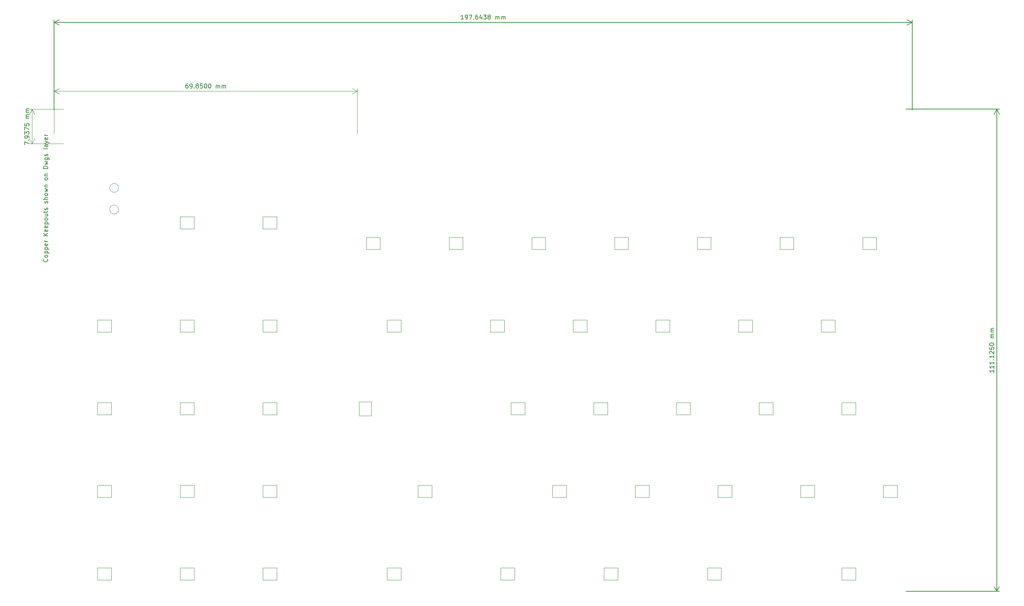
<source format=gbr>
%TF.GenerationSoftware,KiCad,Pcbnew,(6.0.5)*%
%TF.CreationDate,2022-07-29T16:13:48-06:00*%
%TF.ProjectId,kb,6b622e6b-6963-4616-945f-706362585858,rev?*%
%TF.SameCoordinates,Original*%
%TF.FileFunction,Other,Comment*%
%FSLAX46Y46*%
G04 Gerber Fmt 4.6, Leading zero omitted, Abs format (unit mm)*
G04 Created by KiCad (PCBNEW (6.0.5)) date 2022-07-29 16:13:48*
%MOMM*%
%LPD*%
G01*
G04 APERTURE LIST*
%ADD10C,0.150000*%
%ADD11C,0.050000*%
%ADD12C,0.120000*%
G04 APERTURE END LIST*
D10*
X56499642Y-40180630D02*
X56309166Y-40180630D01*
X56213928Y-40228250D01*
X56166309Y-40275869D01*
X56071071Y-40418726D01*
X56023452Y-40609202D01*
X56023452Y-40990154D01*
X56071071Y-41085392D01*
X56118690Y-41133011D01*
X56213928Y-41180630D01*
X56404404Y-41180630D01*
X56499642Y-41133011D01*
X56547261Y-41085392D01*
X56594880Y-40990154D01*
X56594880Y-40752059D01*
X56547261Y-40656821D01*
X56499642Y-40609202D01*
X56404404Y-40561583D01*
X56213928Y-40561583D01*
X56118690Y-40609202D01*
X56071071Y-40656821D01*
X56023452Y-40752059D01*
X57071071Y-41180630D02*
X57261547Y-41180630D01*
X57356785Y-41133011D01*
X57404404Y-41085392D01*
X57499642Y-40942535D01*
X57547261Y-40752059D01*
X57547261Y-40371107D01*
X57499642Y-40275869D01*
X57452023Y-40228250D01*
X57356785Y-40180630D01*
X57166309Y-40180630D01*
X57071071Y-40228250D01*
X57023452Y-40275869D01*
X56975833Y-40371107D01*
X56975833Y-40609202D01*
X57023452Y-40704440D01*
X57071071Y-40752059D01*
X57166309Y-40799678D01*
X57356785Y-40799678D01*
X57452023Y-40752059D01*
X57499642Y-40704440D01*
X57547261Y-40609202D01*
X57975833Y-41085392D02*
X58023452Y-41133011D01*
X57975833Y-41180630D01*
X57928214Y-41133011D01*
X57975833Y-41085392D01*
X57975833Y-41180630D01*
X58594880Y-40609202D02*
X58499642Y-40561583D01*
X58452023Y-40513964D01*
X58404404Y-40418726D01*
X58404404Y-40371107D01*
X58452023Y-40275869D01*
X58499642Y-40228250D01*
X58594880Y-40180630D01*
X58785357Y-40180630D01*
X58880595Y-40228250D01*
X58928214Y-40275869D01*
X58975833Y-40371107D01*
X58975833Y-40418726D01*
X58928214Y-40513964D01*
X58880595Y-40561583D01*
X58785357Y-40609202D01*
X58594880Y-40609202D01*
X58499642Y-40656821D01*
X58452023Y-40704440D01*
X58404404Y-40799678D01*
X58404404Y-40990154D01*
X58452023Y-41085392D01*
X58499642Y-41133011D01*
X58594880Y-41180630D01*
X58785357Y-41180630D01*
X58880595Y-41133011D01*
X58928214Y-41085392D01*
X58975833Y-40990154D01*
X58975833Y-40799678D01*
X58928214Y-40704440D01*
X58880595Y-40656821D01*
X58785357Y-40609202D01*
X59880595Y-40180630D02*
X59404404Y-40180630D01*
X59356785Y-40656821D01*
X59404404Y-40609202D01*
X59499642Y-40561583D01*
X59737738Y-40561583D01*
X59832976Y-40609202D01*
X59880595Y-40656821D01*
X59928214Y-40752059D01*
X59928214Y-40990154D01*
X59880595Y-41085392D01*
X59832976Y-41133011D01*
X59737738Y-41180630D01*
X59499642Y-41180630D01*
X59404404Y-41133011D01*
X59356785Y-41085392D01*
X60547261Y-40180630D02*
X60642499Y-40180630D01*
X60737738Y-40228250D01*
X60785357Y-40275869D01*
X60832976Y-40371107D01*
X60880595Y-40561583D01*
X60880595Y-40799678D01*
X60832976Y-40990154D01*
X60785357Y-41085392D01*
X60737738Y-41133011D01*
X60642499Y-41180630D01*
X60547261Y-41180630D01*
X60452023Y-41133011D01*
X60404404Y-41085392D01*
X60356785Y-40990154D01*
X60309166Y-40799678D01*
X60309166Y-40561583D01*
X60356785Y-40371107D01*
X60404404Y-40275869D01*
X60452023Y-40228250D01*
X60547261Y-40180630D01*
X61499642Y-40180630D02*
X61594880Y-40180630D01*
X61690119Y-40228250D01*
X61737738Y-40275869D01*
X61785357Y-40371107D01*
X61832976Y-40561583D01*
X61832976Y-40799678D01*
X61785357Y-40990154D01*
X61737738Y-41085392D01*
X61690119Y-41133011D01*
X61594880Y-41180630D01*
X61499642Y-41180630D01*
X61404404Y-41133011D01*
X61356785Y-41085392D01*
X61309166Y-40990154D01*
X61261547Y-40799678D01*
X61261547Y-40561583D01*
X61309166Y-40371107D01*
X61356785Y-40275869D01*
X61404404Y-40228250D01*
X61499642Y-40180630D01*
X63023452Y-41180630D02*
X63023452Y-40513964D01*
X63023452Y-40609202D02*
X63071071Y-40561583D01*
X63166309Y-40513964D01*
X63309166Y-40513964D01*
X63404404Y-40561583D01*
X63452023Y-40656821D01*
X63452023Y-41180630D01*
X63452023Y-40656821D02*
X63499642Y-40561583D01*
X63594880Y-40513964D01*
X63737738Y-40513964D01*
X63832976Y-40561583D01*
X63880595Y-40656821D01*
X63880595Y-41180630D01*
X64356785Y-41180630D02*
X64356785Y-40513964D01*
X64356785Y-40609202D02*
X64404404Y-40561583D01*
X64499642Y-40513964D01*
X64642500Y-40513964D01*
X64737738Y-40561583D01*
X64785357Y-40656821D01*
X64785357Y-41180630D01*
X64785357Y-40656821D02*
X64832976Y-40561583D01*
X64928214Y-40513964D01*
X65071071Y-40513964D01*
X65166309Y-40561583D01*
X65213928Y-40656821D01*
X65213928Y-41180630D01*
D11*
X25717500Y-51697000D02*
X25717500Y-41291830D01*
X95567500Y-51697000D02*
X95567500Y-41291830D01*
X25717500Y-41878250D02*
X95567500Y-41878250D01*
X25717500Y-41878250D02*
X95567500Y-41878250D01*
X25717500Y-41878250D02*
X26844004Y-42464671D01*
X25717500Y-41878250D02*
X26844004Y-41291829D01*
X95567500Y-41878250D02*
X94440996Y-41291829D01*
X95567500Y-41878250D02*
X94440996Y-42464671D01*
D10*
X242189880Y-106123809D02*
X242189880Y-106695238D01*
X242189880Y-106409523D02*
X241189880Y-106409523D01*
X241332738Y-106504761D01*
X241427976Y-106600000D01*
X241475595Y-106695238D01*
X242189880Y-105171428D02*
X242189880Y-105742857D01*
X242189880Y-105457142D02*
X241189880Y-105457142D01*
X241332738Y-105552380D01*
X241427976Y-105647619D01*
X241475595Y-105742857D01*
X242189880Y-104219047D02*
X242189880Y-104790476D01*
X242189880Y-104504761D02*
X241189880Y-104504761D01*
X241332738Y-104600000D01*
X241427976Y-104695238D01*
X241475595Y-104790476D01*
X242094642Y-103790476D02*
X242142261Y-103742857D01*
X242189880Y-103790476D01*
X242142261Y-103838095D01*
X242094642Y-103790476D01*
X242189880Y-103790476D01*
X242189880Y-102790476D02*
X242189880Y-103361904D01*
X242189880Y-103076190D02*
X241189880Y-103076190D01*
X241332738Y-103171428D01*
X241427976Y-103266666D01*
X241475595Y-103361904D01*
X241285119Y-102409523D02*
X241237500Y-102361904D01*
X241189880Y-102266666D01*
X241189880Y-102028571D01*
X241237500Y-101933333D01*
X241285119Y-101885714D01*
X241380357Y-101838095D01*
X241475595Y-101838095D01*
X241618452Y-101885714D01*
X242189880Y-102457142D01*
X242189880Y-101838095D01*
X241189880Y-100933333D02*
X241189880Y-101409523D01*
X241666071Y-101457142D01*
X241618452Y-101409523D01*
X241570833Y-101314285D01*
X241570833Y-101076190D01*
X241618452Y-100980952D01*
X241666071Y-100933333D01*
X241761309Y-100885714D01*
X241999404Y-100885714D01*
X242094642Y-100933333D01*
X242142261Y-100980952D01*
X242189880Y-101076190D01*
X242189880Y-101314285D01*
X242142261Y-101409523D01*
X242094642Y-101457142D01*
X241189880Y-100266666D02*
X241189880Y-100171428D01*
X241237500Y-100076190D01*
X241285119Y-100028571D01*
X241380357Y-99980952D01*
X241570833Y-99933333D01*
X241808928Y-99933333D01*
X241999404Y-99980952D01*
X242094642Y-100028571D01*
X242142261Y-100076190D01*
X242189880Y-100171428D01*
X242189880Y-100266666D01*
X242142261Y-100361904D01*
X242094642Y-100409523D01*
X241999404Y-100457142D01*
X241808928Y-100504761D01*
X241570833Y-100504761D01*
X241380357Y-100457142D01*
X241285119Y-100409523D01*
X241237500Y-100361904D01*
X241189880Y-100266666D01*
X242189880Y-98742857D02*
X241523214Y-98742857D01*
X241618452Y-98742857D02*
X241570833Y-98695238D01*
X241523214Y-98600000D01*
X241523214Y-98457142D01*
X241570833Y-98361904D01*
X241666071Y-98314285D01*
X242189880Y-98314285D01*
X241666071Y-98314285D02*
X241570833Y-98266666D01*
X241523214Y-98171428D01*
X241523214Y-98028571D01*
X241570833Y-97933333D01*
X241666071Y-97885714D01*
X242189880Y-97885714D01*
X242189880Y-97409523D02*
X241523214Y-97409523D01*
X241618452Y-97409523D02*
X241570833Y-97361904D01*
X241523214Y-97266666D01*
X241523214Y-97123809D01*
X241570833Y-97028571D01*
X241666071Y-96980952D01*
X242189880Y-96980952D01*
X241666071Y-96980952D02*
X241570833Y-96933333D01*
X241523214Y-96838095D01*
X241523214Y-96695238D01*
X241570833Y-96600000D01*
X241666071Y-96552380D01*
X242189880Y-96552380D01*
X221956250Y-46037500D02*
X243473920Y-46037500D01*
X221956250Y-157162500D02*
X243473920Y-157162500D01*
X242887500Y-46037500D02*
X242887500Y-157162500D01*
X242887500Y-46037500D02*
X242887500Y-157162500D01*
X242887500Y-46037500D02*
X242301079Y-47164004D01*
X242887500Y-46037500D02*
X243473921Y-47164004D01*
X242887500Y-157162500D02*
X243473921Y-156035996D01*
X242887500Y-157162500D02*
X242301079Y-156035996D01*
X18939880Y-54196726D02*
X18939880Y-53530059D01*
X19939880Y-53958630D01*
X19844642Y-53149107D02*
X19892261Y-53101488D01*
X19939880Y-53149107D01*
X19892261Y-53196726D01*
X19844642Y-53149107D01*
X19939880Y-53149107D01*
X19939880Y-52625297D02*
X19939880Y-52434821D01*
X19892261Y-52339583D01*
X19844642Y-52291964D01*
X19701785Y-52196726D01*
X19511309Y-52149107D01*
X19130357Y-52149107D01*
X19035119Y-52196726D01*
X18987500Y-52244345D01*
X18939880Y-52339583D01*
X18939880Y-52530059D01*
X18987500Y-52625297D01*
X19035119Y-52672916D01*
X19130357Y-52720535D01*
X19368452Y-52720535D01*
X19463690Y-52672916D01*
X19511309Y-52625297D01*
X19558928Y-52530059D01*
X19558928Y-52339583D01*
X19511309Y-52244345D01*
X19463690Y-52196726D01*
X19368452Y-52149107D01*
X18939880Y-51815773D02*
X18939880Y-51196726D01*
X19320833Y-51530059D01*
X19320833Y-51387202D01*
X19368452Y-51291964D01*
X19416071Y-51244345D01*
X19511309Y-51196726D01*
X19749404Y-51196726D01*
X19844642Y-51244345D01*
X19892261Y-51291964D01*
X19939880Y-51387202D01*
X19939880Y-51672916D01*
X19892261Y-51768154D01*
X19844642Y-51815773D01*
X18939880Y-50863392D02*
X18939880Y-50196726D01*
X19939880Y-50625297D01*
X18939880Y-49339583D02*
X18939880Y-49815773D01*
X19416071Y-49863392D01*
X19368452Y-49815773D01*
X19320833Y-49720535D01*
X19320833Y-49482440D01*
X19368452Y-49387202D01*
X19416071Y-49339583D01*
X19511309Y-49291964D01*
X19749404Y-49291964D01*
X19844642Y-49339583D01*
X19892261Y-49387202D01*
X19939880Y-49482440D01*
X19939880Y-49720535D01*
X19892261Y-49815773D01*
X19844642Y-49863392D01*
X19939880Y-48101488D02*
X19273214Y-48101488D01*
X19368452Y-48101488D02*
X19320833Y-48053869D01*
X19273214Y-47958630D01*
X19273214Y-47815773D01*
X19320833Y-47720535D01*
X19416071Y-47672916D01*
X19939880Y-47672916D01*
X19416071Y-47672916D02*
X19320833Y-47625297D01*
X19273214Y-47530059D01*
X19273214Y-47387202D01*
X19320833Y-47291964D01*
X19416071Y-47244345D01*
X19939880Y-47244345D01*
X19939880Y-46768154D02*
X19273214Y-46768154D01*
X19368452Y-46768154D02*
X19320833Y-46720535D01*
X19273214Y-46625297D01*
X19273214Y-46482440D01*
X19320833Y-46387202D01*
X19416071Y-46339583D01*
X19939880Y-46339583D01*
X19416071Y-46339583D02*
X19320833Y-46291964D01*
X19273214Y-46196726D01*
X19273214Y-46053869D01*
X19320833Y-45958630D01*
X19416071Y-45911011D01*
X19939880Y-45911011D01*
D11*
X27825000Y-53975000D02*
X20051080Y-53975000D01*
X27825000Y-46037500D02*
X20051080Y-46037500D01*
X20637500Y-53975000D02*
X20637500Y-46037500D01*
X20637500Y-53975000D02*
X20637500Y-46037500D01*
X20637500Y-53975000D02*
X21223921Y-52848496D01*
X20637500Y-53975000D02*
X20051079Y-52848496D01*
X20637500Y-46037500D02*
X20051079Y-47164004D01*
X20637500Y-46037500D02*
X21223921Y-47164004D01*
D10*
X120015565Y-25305630D02*
X119444136Y-25305630D01*
X119729851Y-25305630D02*
X119729851Y-24305630D01*
X119634613Y-24448488D01*
X119539375Y-24543726D01*
X119444136Y-24591345D01*
X120491755Y-25305630D02*
X120682232Y-25305630D01*
X120777470Y-25258011D01*
X120825089Y-25210392D01*
X120920327Y-25067535D01*
X120967946Y-24877059D01*
X120967946Y-24496107D01*
X120920327Y-24400869D01*
X120872708Y-24353250D01*
X120777470Y-24305630D01*
X120586994Y-24305630D01*
X120491755Y-24353250D01*
X120444136Y-24400869D01*
X120396517Y-24496107D01*
X120396517Y-24734202D01*
X120444136Y-24829440D01*
X120491755Y-24877059D01*
X120586994Y-24924678D01*
X120777470Y-24924678D01*
X120872708Y-24877059D01*
X120920327Y-24829440D01*
X120967946Y-24734202D01*
X121301279Y-24305630D02*
X121967946Y-24305630D01*
X121539375Y-25305630D01*
X122348898Y-25210392D02*
X122396517Y-25258011D01*
X122348898Y-25305630D01*
X122301279Y-25258011D01*
X122348898Y-25210392D01*
X122348898Y-25305630D01*
X123253660Y-24305630D02*
X123063184Y-24305630D01*
X122967946Y-24353250D01*
X122920327Y-24400869D01*
X122825089Y-24543726D01*
X122777470Y-24734202D01*
X122777470Y-25115154D01*
X122825089Y-25210392D01*
X122872708Y-25258011D01*
X122967946Y-25305630D01*
X123158422Y-25305630D01*
X123253660Y-25258011D01*
X123301279Y-25210392D01*
X123348898Y-25115154D01*
X123348898Y-24877059D01*
X123301279Y-24781821D01*
X123253660Y-24734202D01*
X123158422Y-24686583D01*
X122967946Y-24686583D01*
X122872708Y-24734202D01*
X122825089Y-24781821D01*
X122777470Y-24877059D01*
X124206041Y-24638964D02*
X124206041Y-25305630D01*
X123967946Y-24258011D02*
X123729851Y-24972297D01*
X124348898Y-24972297D01*
X124634613Y-24305630D02*
X125253660Y-24305630D01*
X124920327Y-24686583D01*
X125063184Y-24686583D01*
X125158422Y-24734202D01*
X125206041Y-24781821D01*
X125253660Y-24877059D01*
X125253660Y-25115154D01*
X125206041Y-25210392D01*
X125158422Y-25258011D01*
X125063184Y-25305630D01*
X124777470Y-25305630D01*
X124682232Y-25258011D01*
X124634613Y-25210392D01*
X125825089Y-24734202D02*
X125729851Y-24686583D01*
X125682232Y-24638964D01*
X125634613Y-24543726D01*
X125634613Y-24496107D01*
X125682232Y-24400869D01*
X125729851Y-24353250D01*
X125825089Y-24305630D01*
X126015565Y-24305630D01*
X126110803Y-24353250D01*
X126158422Y-24400869D01*
X126206041Y-24496107D01*
X126206041Y-24543726D01*
X126158422Y-24638964D01*
X126110803Y-24686583D01*
X126015565Y-24734202D01*
X125825089Y-24734202D01*
X125729851Y-24781821D01*
X125682232Y-24829440D01*
X125634613Y-24924678D01*
X125634613Y-25115154D01*
X125682232Y-25210392D01*
X125729851Y-25258011D01*
X125825089Y-25305630D01*
X126015565Y-25305630D01*
X126110803Y-25258011D01*
X126158422Y-25210392D01*
X126206041Y-25115154D01*
X126206041Y-24924678D01*
X126158422Y-24829440D01*
X126110803Y-24781821D01*
X126015565Y-24734202D01*
X127396517Y-25305630D02*
X127396517Y-24638964D01*
X127396517Y-24734202D02*
X127444136Y-24686583D01*
X127539375Y-24638964D01*
X127682232Y-24638964D01*
X127777470Y-24686583D01*
X127825089Y-24781821D01*
X127825089Y-25305630D01*
X127825089Y-24781821D02*
X127872708Y-24686583D01*
X127967946Y-24638964D01*
X128110803Y-24638964D01*
X128206041Y-24686583D01*
X128253660Y-24781821D01*
X128253660Y-25305630D01*
X128729851Y-25305630D02*
X128729851Y-24638964D01*
X128729851Y-24734202D02*
X128777470Y-24686583D01*
X128872708Y-24638964D01*
X129015565Y-24638964D01*
X129110803Y-24686583D01*
X129158422Y-24781821D01*
X129158422Y-25305630D01*
X129158422Y-24781821D02*
X129206041Y-24686583D01*
X129301279Y-24638964D01*
X129444136Y-24638964D01*
X129539375Y-24686583D01*
X129586994Y-24781821D01*
X129586994Y-25305630D01*
X25717500Y-46140750D02*
X25717500Y-25416830D01*
X223361250Y-46140750D02*
X223361250Y-25416830D01*
X25717500Y-26003250D02*
X223361250Y-26003250D01*
X25717500Y-26003250D02*
X223361250Y-26003250D01*
X25717500Y-26003250D02*
X26844004Y-26589671D01*
X25717500Y-26003250D02*
X26844004Y-25416829D01*
X223361250Y-26003250D02*
X222234746Y-25416829D01*
X223361250Y-26003250D02*
X222234746Y-26589671D01*
%TO.C,U1*%
X24132142Y-80575000D02*
X24179761Y-80622619D01*
X24227380Y-80765476D01*
X24227380Y-80860714D01*
X24179761Y-81003571D01*
X24084523Y-81098809D01*
X23989285Y-81146428D01*
X23798809Y-81194047D01*
X23655952Y-81194047D01*
X23465476Y-81146428D01*
X23370238Y-81098809D01*
X23275000Y-81003571D01*
X23227380Y-80860714D01*
X23227380Y-80765476D01*
X23275000Y-80622619D01*
X23322619Y-80575000D01*
X24227380Y-80003571D02*
X24179761Y-80098809D01*
X24132142Y-80146428D01*
X24036904Y-80194047D01*
X23751190Y-80194047D01*
X23655952Y-80146428D01*
X23608333Y-80098809D01*
X23560714Y-80003571D01*
X23560714Y-79860714D01*
X23608333Y-79765476D01*
X23655952Y-79717857D01*
X23751190Y-79670238D01*
X24036904Y-79670238D01*
X24132142Y-79717857D01*
X24179761Y-79765476D01*
X24227380Y-79860714D01*
X24227380Y-80003571D01*
X23560714Y-79241666D02*
X24560714Y-79241666D01*
X23608333Y-79241666D02*
X23560714Y-79146428D01*
X23560714Y-78955952D01*
X23608333Y-78860714D01*
X23655952Y-78813095D01*
X23751190Y-78765476D01*
X24036904Y-78765476D01*
X24132142Y-78813095D01*
X24179761Y-78860714D01*
X24227380Y-78955952D01*
X24227380Y-79146428D01*
X24179761Y-79241666D01*
X23560714Y-78336904D02*
X24560714Y-78336904D01*
X23608333Y-78336904D02*
X23560714Y-78241666D01*
X23560714Y-78051190D01*
X23608333Y-77955952D01*
X23655952Y-77908333D01*
X23751190Y-77860714D01*
X24036904Y-77860714D01*
X24132142Y-77908333D01*
X24179761Y-77955952D01*
X24227380Y-78051190D01*
X24227380Y-78241666D01*
X24179761Y-78336904D01*
X24179761Y-77051190D02*
X24227380Y-77146428D01*
X24227380Y-77336904D01*
X24179761Y-77432142D01*
X24084523Y-77479761D01*
X23703571Y-77479761D01*
X23608333Y-77432142D01*
X23560714Y-77336904D01*
X23560714Y-77146428D01*
X23608333Y-77051190D01*
X23703571Y-77003571D01*
X23798809Y-77003571D01*
X23894047Y-77479761D01*
X24227380Y-76575000D02*
X23560714Y-76575000D01*
X23751190Y-76575000D02*
X23655952Y-76527380D01*
X23608333Y-76479761D01*
X23560714Y-76384523D01*
X23560714Y-76289285D01*
X24227380Y-75194047D02*
X23227380Y-75194047D01*
X24227380Y-74622619D02*
X23655952Y-75051190D01*
X23227380Y-74622619D02*
X23798809Y-75194047D01*
X24179761Y-73813095D02*
X24227380Y-73908333D01*
X24227380Y-74098809D01*
X24179761Y-74194047D01*
X24084523Y-74241666D01*
X23703571Y-74241666D01*
X23608333Y-74194047D01*
X23560714Y-74098809D01*
X23560714Y-73908333D01*
X23608333Y-73813095D01*
X23703571Y-73765476D01*
X23798809Y-73765476D01*
X23894047Y-74241666D01*
X24179761Y-72955952D02*
X24227380Y-73051190D01*
X24227380Y-73241666D01*
X24179761Y-73336904D01*
X24084523Y-73384523D01*
X23703571Y-73384523D01*
X23608333Y-73336904D01*
X23560714Y-73241666D01*
X23560714Y-73051190D01*
X23608333Y-72955952D01*
X23703571Y-72908333D01*
X23798809Y-72908333D01*
X23894047Y-73384523D01*
X23560714Y-72479761D02*
X24560714Y-72479761D01*
X23608333Y-72479761D02*
X23560714Y-72384523D01*
X23560714Y-72194047D01*
X23608333Y-72098809D01*
X23655952Y-72051190D01*
X23751190Y-72003571D01*
X24036904Y-72003571D01*
X24132142Y-72051190D01*
X24179761Y-72098809D01*
X24227380Y-72194047D01*
X24227380Y-72384523D01*
X24179761Y-72479761D01*
X24227380Y-71432142D02*
X24179761Y-71527380D01*
X24132142Y-71575000D01*
X24036904Y-71622619D01*
X23751190Y-71622619D01*
X23655952Y-71575000D01*
X23608333Y-71527380D01*
X23560714Y-71432142D01*
X23560714Y-71289285D01*
X23608333Y-71194047D01*
X23655952Y-71146428D01*
X23751190Y-71098809D01*
X24036904Y-71098809D01*
X24132142Y-71146428D01*
X24179761Y-71194047D01*
X24227380Y-71289285D01*
X24227380Y-71432142D01*
X23560714Y-70241666D02*
X24227380Y-70241666D01*
X23560714Y-70670238D02*
X24084523Y-70670238D01*
X24179761Y-70622619D01*
X24227380Y-70527380D01*
X24227380Y-70384523D01*
X24179761Y-70289285D01*
X24132142Y-70241666D01*
X23560714Y-69908333D02*
X23560714Y-69527380D01*
X23227380Y-69765476D02*
X24084523Y-69765476D01*
X24179761Y-69717857D01*
X24227380Y-69622619D01*
X24227380Y-69527380D01*
X24179761Y-69241666D02*
X24227380Y-69146428D01*
X24227380Y-68955952D01*
X24179761Y-68860714D01*
X24084523Y-68813095D01*
X24036904Y-68813095D01*
X23941666Y-68860714D01*
X23894047Y-68955952D01*
X23894047Y-69098809D01*
X23846428Y-69194047D01*
X23751190Y-69241666D01*
X23703571Y-69241666D01*
X23608333Y-69194047D01*
X23560714Y-69098809D01*
X23560714Y-68955952D01*
X23608333Y-68860714D01*
X24179761Y-67670238D02*
X24227380Y-67575000D01*
X24227380Y-67384523D01*
X24179761Y-67289285D01*
X24084523Y-67241666D01*
X24036904Y-67241666D01*
X23941666Y-67289285D01*
X23894047Y-67384523D01*
X23894047Y-67527380D01*
X23846428Y-67622619D01*
X23751190Y-67670238D01*
X23703571Y-67670238D01*
X23608333Y-67622619D01*
X23560714Y-67527380D01*
X23560714Y-67384523D01*
X23608333Y-67289285D01*
X24227380Y-66813095D02*
X23227380Y-66813095D01*
X24227380Y-66384523D02*
X23703571Y-66384523D01*
X23608333Y-66432142D01*
X23560714Y-66527380D01*
X23560714Y-66670238D01*
X23608333Y-66765476D01*
X23655952Y-66813095D01*
X24227380Y-65765476D02*
X24179761Y-65860714D01*
X24132142Y-65908333D01*
X24036904Y-65955952D01*
X23751190Y-65955952D01*
X23655952Y-65908333D01*
X23608333Y-65860714D01*
X23560714Y-65765476D01*
X23560714Y-65622619D01*
X23608333Y-65527380D01*
X23655952Y-65479761D01*
X23751190Y-65432142D01*
X24036904Y-65432142D01*
X24132142Y-65479761D01*
X24179761Y-65527380D01*
X24227380Y-65622619D01*
X24227380Y-65765476D01*
X23560714Y-65098809D02*
X24227380Y-64908333D01*
X23751190Y-64717857D01*
X24227380Y-64527380D01*
X23560714Y-64336904D01*
X23560714Y-63955952D02*
X24227380Y-63955952D01*
X23655952Y-63955952D02*
X23608333Y-63908333D01*
X23560714Y-63813095D01*
X23560714Y-63670238D01*
X23608333Y-63575000D01*
X23703571Y-63527380D01*
X24227380Y-63527380D01*
X24227380Y-62146428D02*
X24179761Y-62241666D01*
X24132142Y-62289285D01*
X24036904Y-62336904D01*
X23751190Y-62336904D01*
X23655952Y-62289285D01*
X23608333Y-62241666D01*
X23560714Y-62146428D01*
X23560714Y-62003571D01*
X23608333Y-61908333D01*
X23655952Y-61860714D01*
X23751190Y-61813095D01*
X24036904Y-61813095D01*
X24132142Y-61860714D01*
X24179761Y-61908333D01*
X24227380Y-62003571D01*
X24227380Y-62146428D01*
X23560714Y-61384523D02*
X24227380Y-61384523D01*
X23655952Y-61384523D02*
X23608333Y-61336904D01*
X23560714Y-61241666D01*
X23560714Y-61098809D01*
X23608333Y-61003571D01*
X23703571Y-60955952D01*
X24227380Y-60955952D01*
X24227380Y-59717857D02*
X23227380Y-59717857D01*
X23227380Y-59479761D01*
X23275000Y-59336904D01*
X23370238Y-59241666D01*
X23465476Y-59194047D01*
X23655952Y-59146428D01*
X23798809Y-59146428D01*
X23989285Y-59194047D01*
X24084523Y-59241666D01*
X24179761Y-59336904D01*
X24227380Y-59479761D01*
X24227380Y-59717857D01*
X23560714Y-58813095D02*
X24227380Y-58622619D01*
X23751190Y-58432142D01*
X24227380Y-58241666D01*
X23560714Y-58051190D01*
X23560714Y-57241666D02*
X24370238Y-57241666D01*
X24465476Y-57289285D01*
X24513095Y-57336904D01*
X24560714Y-57432142D01*
X24560714Y-57575000D01*
X24513095Y-57670238D01*
X24179761Y-57241666D02*
X24227380Y-57336904D01*
X24227380Y-57527380D01*
X24179761Y-57622619D01*
X24132142Y-57670238D01*
X24036904Y-57717857D01*
X23751190Y-57717857D01*
X23655952Y-57670238D01*
X23608333Y-57622619D01*
X23560714Y-57527380D01*
X23560714Y-57336904D01*
X23608333Y-57241666D01*
X24179761Y-56813095D02*
X24227380Y-56717857D01*
X24227380Y-56527380D01*
X24179761Y-56432142D01*
X24084523Y-56384523D01*
X24036904Y-56384523D01*
X23941666Y-56432142D01*
X23894047Y-56527380D01*
X23894047Y-56670238D01*
X23846428Y-56765476D01*
X23751190Y-56813095D01*
X23703571Y-56813095D01*
X23608333Y-56765476D01*
X23560714Y-56670238D01*
X23560714Y-56527380D01*
X23608333Y-56432142D01*
X24227380Y-55051190D02*
X24179761Y-55146428D01*
X24084523Y-55194047D01*
X23227380Y-55194047D01*
X24227380Y-54241666D02*
X23703571Y-54241666D01*
X23608333Y-54289285D01*
X23560714Y-54384523D01*
X23560714Y-54575000D01*
X23608333Y-54670238D01*
X24179761Y-54241666D02*
X24227380Y-54336904D01*
X24227380Y-54575000D01*
X24179761Y-54670238D01*
X24084523Y-54717857D01*
X23989285Y-54717857D01*
X23894047Y-54670238D01*
X23846428Y-54575000D01*
X23846428Y-54336904D01*
X23798809Y-54241666D01*
X23560714Y-53860714D02*
X24227380Y-53622619D01*
X23560714Y-53384523D02*
X24227380Y-53622619D01*
X24465476Y-53717857D01*
X24513095Y-53765476D01*
X24560714Y-53860714D01*
X24179761Y-52622619D02*
X24227380Y-52717857D01*
X24227380Y-52908333D01*
X24179761Y-53003571D01*
X24084523Y-53051190D01*
X23703571Y-53051190D01*
X23608333Y-53003571D01*
X23560714Y-52908333D01*
X23560714Y-52717857D01*
X23608333Y-52622619D01*
X23703571Y-52575000D01*
X23798809Y-52575000D01*
X23894047Y-53051190D01*
X24227380Y-52146428D02*
X23560714Y-52146428D01*
X23751190Y-52146428D02*
X23655952Y-52098809D01*
X23608333Y-52051190D01*
X23560714Y-51955952D01*
X23560714Y-51860714D01*
D12*
%TO.C,SW2*%
X40556500Y-64175000D02*
G75*
G03*
X40556500Y-64175000I-1016000J0D01*
G01*
X40556500Y-69175000D02*
G75*
G03*
X40556500Y-69175000I-1016000J0D01*
G01*
%TO.C,D110*%
X54756250Y-97443750D02*
X57956250Y-97443750D01*
X57956250Y-94643750D02*
X54756250Y-94643750D01*
X57956250Y-97443750D02*
X57956250Y-94643750D01*
X54756250Y-94643750D02*
X54756250Y-97443750D01*
%TO.C,D138*%
X73806250Y-154593750D02*
X77006250Y-154593750D01*
X77006250Y-154593750D02*
X77006250Y-151793750D01*
X77006250Y-151793750D02*
X73806250Y-151793750D01*
X73806250Y-151793750D02*
X73806250Y-154593750D01*
%TO.C,D101*%
X54756250Y-73631250D02*
X57956250Y-73631250D01*
X57956250Y-73631250D02*
X57956250Y-70831250D01*
X54756250Y-70831250D02*
X54756250Y-73631250D01*
X57956250Y-70831250D02*
X54756250Y-70831250D01*
%TO.C,D130*%
X109525000Y-132743750D02*
X109525000Y-135543750D01*
X109525000Y-135543750D02*
X112725000Y-135543750D01*
X112725000Y-132743750D02*
X109525000Y-132743750D01*
X112725000Y-135543750D02*
X112725000Y-132743750D01*
%TO.C,D117*%
X205593750Y-94643750D02*
X202393750Y-94643750D01*
X202393750Y-94643750D02*
X202393750Y-97443750D01*
X205593750Y-97443750D02*
X205593750Y-94643750D01*
X202393750Y-97443750D02*
X205593750Y-97443750D01*
%TO.C,D144*%
X211918750Y-78393750D02*
X215118750Y-78393750D01*
X215118750Y-75593750D02*
X211918750Y-75593750D01*
X215118750Y-78393750D02*
X215118750Y-75593750D01*
X211918750Y-75593750D02*
X211918750Y-78393750D01*
%TO.C,D106*%
X154768750Y-75593750D02*
X154768750Y-78393750D01*
X157968750Y-75593750D02*
X154768750Y-75593750D01*
X157968750Y-78393750D02*
X157968750Y-75593750D01*
X154768750Y-78393750D02*
X157968750Y-78393750D01*
%TO.C,D137*%
X57956250Y-154593750D02*
X57956250Y-151793750D01*
X57956250Y-151793750D02*
X54756250Y-151793750D01*
X54756250Y-154593750D02*
X57956250Y-154593750D01*
X54756250Y-151793750D02*
X54756250Y-154593750D01*
%TO.C,D128*%
X54756250Y-135543750D02*
X57956250Y-135543750D01*
X54756250Y-132743750D02*
X54756250Y-135543750D01*
X57956250Y-132743750D02*
X54756250Y-132743750D01*
X57956250Y-135543750D02*
X57956250Y-132743750D01*
%TO.C,D136*%
X38906250Y-154593750D02*
X38906250Y-151793750D01*
X35706250Y-151793750D02*
X35706250Y-154593750D01*
X35706250Y-154593750D02*
X38906250Y-154593750D01*
X38906250Y-151793750D02*
X35706250Y-151793750D01*
%TO.C,D109*%
X35706250Y-94643750D02*
X35706250Y-97443750D01*
X38906250Y-94643750D02*
X35706250Y-94643750D01*
X35706250Y-97443750D02*
X38906250Y-97443750D01*
X38906250Y-97443750D02*
X38906250Y-94643750D01*
%TO.C,D127*%
X35706250Y-132743750D02*
X35706250Y-135543750D01*
X35706250Y-135543750D02*
X38906250Y-135543750D01*
X38906250Y-135543750D02*
X38906250Y-132743750D01*
X38906250Y-132743750D02*
X35706250Y-132743750D01*
%TO.C,D119*%
X54756250Y-113693750D02*
X54756250Y-116493750D01*
X57956250Y-113693750D02*
X54756250Y-113693750D01*
X54756250Y-116493750D02*
X57956250Y-116493750D01*
X57956250Y-116493750D02*
X57956250Y-113693750D01*
%TO.C,D104*%
X116668750Y-75593750D02*
X116668750Y-78393750D01*
X119868750Y-78393750D02*
X119868750Y-75593750D01*
X116668750Y-78393750D02*
X119868750Y-78393750D01*
X119868750Y-75593750D02*
X116668750Y-75593750D01*
%TO.C,D114*%
X148443750Y-94643750D02*
X145243750Y-94643750D01*
X145243750Y-97443750D02*
X148443750Y-97443750D01*
X145243750Y-94643750D02*
X145243750Y-97443750D01*
X148443750Y-97443750D02*
X148443750Y-94643750D01*
%TO.C,D132*%
X159531250Y-132743750D02*
X159531250Y-135543750D01*
X159531250Y-135543750D02*
X162731250Y-135543750D01*
X162731250Y-132743750D02*
X159531250Y-132743750D01*
X162731250Y-135543750D02*
X162731250Y-132743750D01*
%TO.C,D108*%
X192868750Y-78393750D02*
X196068750Y-78393750D01*
X196068750Y-75593750D02*
X192868750Y-75593750D01*
X196068750Y-78393750D02*
X196068750Y-75593750D01*
X192868750Y-75593750D02*
X192868750Y-78393750D01*
%TO.C,D121*%
X95954500Y-113493750D02*
X95954500Y-116693750D01*
X98754500Y-116693750D02*
X98754500Y-113493750D01*
X98754500Y-113493750D02*
X95954500Y-113493750D01*
X95954500Y-116693750D02*
X98754500Y-116693750D01*
%TO.C,D112*%
X102381250Y-97443750D02*
X105581250Y-97443750D01*
X102381250Y-94643750D02*
X102381250Y-97443750D01*
X105581250Y-97443750D02*
X105581250Y-94643750D01*
X105581250Y-94643750D02*
X102381250Y-94643750D01*
%TO.C,D105*%
X138918750Y-75593750D02*
X135718750Y-75593750D01*
X135718750Y-78393750D02*
X138918750Y-78393750D01*
X138918750Y-78393750D02*
X138918750Y-75593750D01*
X135718750Y-75593750D02*
X135718750Y-78393750D01*
%TO.C,D125*%
X188106250Y-116493750D02*
X191306250Y-116493750D01*
X191306250Y-116493750D02*
X191306250Y-113693750D01*
X191306250Y-113693750D02*
X188106250Y-113693750D01*
X188106250Y-113693750D02*
X188106250Y-116493750D01*
%TO.C,D139*%
X105581250Y-154593750D02*
X105581250Y-151793750D01*
X105581250Y-151793750D02*
X102381250Y-151793750D01*
X102381250Y-151793750D02*
X102381250Y-154593750D01*
X102381250Y-154593750D02*
X105581250Y-154593750D01*
%TO.C,D113*%
X129393750Y-94643750D02*
X126193750Y-94643750D01*
X129393750Y-97443750D02*
X129393750Y-94643750D01*
X126193750Y-94643750D02*
X126193750Y-97443750D01*
X126193750Y-97443750D02*
X129393750Y-97443750D01*
%TO.C,D131*%
X143681250Y-135543750D02*
X143681250Y-132743750D01*
X143681250Y-132743750D02*
X140481250Y-132743750D01*
X140481250Y-132743750D02*
X140481250Y-135543750D01*
X140481250Y-135543750D02*
X143681250Y-135543750D01*
%TO.C,D135*%
X219881250Y-135543750D02*
X219881250Y-132743750D01*
X216681250Y-135543750D02*
X219881250Y-135543750D01*
X219881250Y-132743750D02*
X216681250Y-132743750D01*
X216681250Y-132743750D02*
X216681250Y-135543750D01*
%TO.C,D120*%
X77006250Y-116493750D02*
X77006250Y-113693750D01*
X73806250Y-116493750D02*
X77006250Y-116493750D01*
X73806250Y-113693750D02*
X73806250Y-116493750D01*
X77006250Y-113693750D02*
X73806250Y-113693750D01*
%TO.C,D143*%
X207156250Y-151793750D02*
X207156250Y-154593750D01*
X210356250Y-154593750D02*
X210356250Y-151793750D01*
X210356250Y-151793750D02*
X207156250Y-151793750D01*
X207156250Y-154593750D02*
X210356250Y-154593750D01*
%TO.C,D141*%
X152387500Y-151793750D02*
X152387500Y-154593750D01*
X155587500Y-154593750D02*
X155587500Y-151793750D01*
X152387500Y-154593750D02*
X155587500Y-154593750D01*
X155587500Y-151793750D02*
X152387500Y-151793750D01*
%TO.C,D126*%
X207156250Y-116493750D02*
X210356250Y-116493750D01*
X210356250Y-113693750D02*
X207156250Y-113693750D01*
X210356250Y-116493750D02*
X210356250Y-113693750D01*
X207156250Y-113693750D02*
X207156250Y-116493750D01*
%TO.C,D134*%
X197631250Y-135543750D02*
X200831250Y-135543750D01*
X200831250Y-132743750D02*
X197631250Y-132743750D01*
X200831250Y-135543750D02*
X200831250Y-132743750D01*
X197631250Y-132743750D02*
X197631250Y-135543750D01*
%TO.C,D116*%
X183343750Y-94643750D02*
X183343750Y-97443750D01*
X186543750Y-97443750D02*
X186543750Y-94643750D01*
X183343750Y-97443750D02*
X186543750Y-97443750D01*
X186543750Y-94643750D02*
X183343750Y-94643750D01*
%TO.C,D140*%
X128575000Y-151793750D02*
X128575000Y-154593750D01*
X128575000Y-154593750D02*
X131775000Y-154593750D01*
X131775000Y-154593750D02*
X131775000Y-151793750D01*
X131775000Y-151793750D02*
X128575000Y-151793750D01*
%TO.C,D124*%
X169056250Y-116493750D02*
X172256250Y-116493750D01*
X172256250Y-116493750D02*
X172256250Y-113693750D01*
X172256250Y-113693750D02*
X169056250Y-113693750D01*
X169056250Y-113693750D02*
X169056250Y-116493750D01*
%TO.C,D102*%
X77006250Y-73631250D02*
X77006250Y-70831250D01*
X73806250Y-73631250D02*
X77006250Y-73631250D01*
X73806250Y-70831250D02*
X73806250Y-73631250D01*
X77006250Y-70831250D02*
X73806250Y-70831250D01*
%TO.C,D123*%
X153206250Y-113693750D02*
X150006250Y-113693750D01*
X150006250Y-116493750D02*
X153206250Y-116493750D01*
X153206250Y-116493750D02*
X153206250Y-113693750D01*
X150006250Y-113693750D02*
X150006250Y-116493750D01*
%TO.C,D103*%
X100818750Y-78393750D02*
X100818750Y-75593750D01*
X100818750Y-75593750D02*
X97618750Y-75593750D01*
X97618750Y-78393750D02*
X100818750Y-78393750D01*
X97618750Y-75593750D02*
X97618750Y-78393750D01*
%TO.C,D142*%
X176200000Y-154593750D02*
X179400000Y-154593750D01*
X176200000Y-151793750D02*
X176200000Y-154593750D01*
X179400000Y-154593750D02*
X179400000Y-151793750D01*
X179400000Y-151793750D02*
X176200000Y-151793750D01*
%TO.C,D111*%
X73806250Y-97443750D02*
X77006250Y-97443750D01*
X77006250Y-97443750D02*
X77006250Y-94643750D01*
X77006250Y-94643750D02*
X73806250Y-94643750D01*
X73806250Y-94643750D02*
X73806250Y-97443750D01*
%TO.C,D118*%
X38906250Y-116493750D02*
X38906250Y-113693750D01*
X35706250Y-116493750D02*
X38906250Y-116493750D01*
X35706250Y-113693750D02*
X35706250Y-116493750D01*
X38906250Y-113693750D02*
X35706250Y-113693750D01*
%TO.C,D133*%
X178581250Y-132743750D02*
X178581250Y-135543750D01*
X181781250Y-132743750D02*
X178581250Y-132743750D01*
X178581250Y-135543750D02*
X181781250Y-135543750D01*
X181781250Y-135543750D02*
X181781250Y-132743750D01*
%TO.C,D107*%
X173818750Y-75593750D02*
X173818750Y-78393750D01*
X177018750Y-78393750D02*
X177018750Y-75593750D01*
X177018750Y-75593750D02*
X173818750Y-75593750D01*
X173818750Y-78393750D02*
X177018750Y-78393750D01*
%TO.C,D115*%
X164293750Y-97443750D02*
X167493750Y-97443750D01*
X167493750Y-94643750D02*
X164293750Y-94643750D01*
X164293750Y-94643750D02*
X164293750Y-97443750D01*
X167493750Y-97443750D02*
X167493750Y-94643750D01*
%TO.C,D122*%
X134156250Y-113693750D02*
X130956250Y-113693750D01*
X134156250Y-116493750D02*
X134156250Y-113693750D01*
X130956250Y-116493750D02*
X134156250Y-116493750D01*
X130956250Y-113693750D02*
X130956250Y-116493750D01*
%TO.C,D129*%
X73806250Y-135543750D02*
X77006250Y-135543750D01*
X77006250Y-135543750D02*
X77006250Y-132743750D01*
X77006250Y-132743750D02*
X73806250Y-132743750D01*
X73806250Y-132743750D02*
X73806250Y-135543750D01*
%TD*%
M02*

</source>
